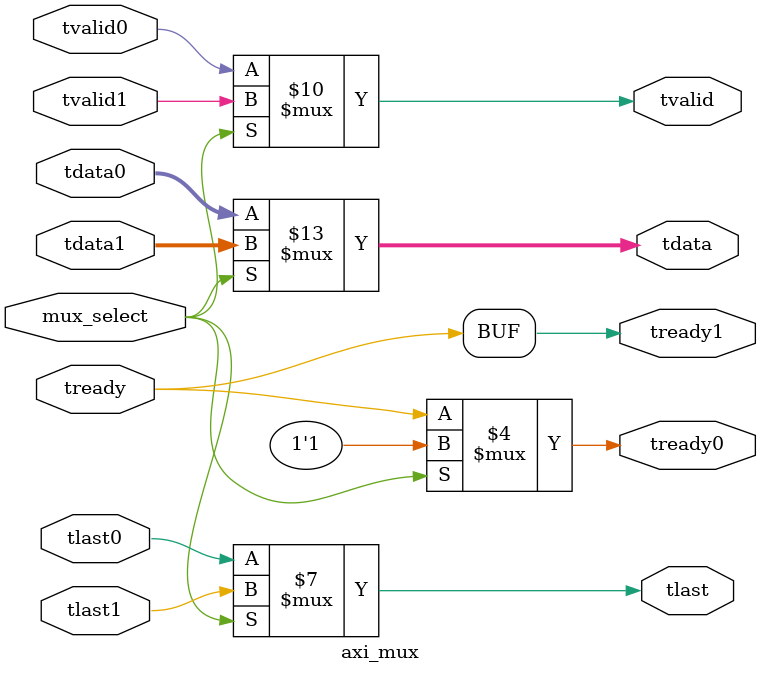
<source format=v>

`timescale 1 ps/1 ps

module axi_mux (
   input                   mux_select,

   // mux inputs
   input       [7:0]       tdata0,
   input                   tvalid0,
   input                   tlast0,
   output reg              tready0,

   input       [7:0]       tdata1,
   input                   tvalid1,
   input                   tlast1,
   output reg              tready1,

   // mux outputs
   output reg  [7:0]       tdata,
   output reg              tvalid,
   output reg              tlast,
   input                   tready
);

always @(mux_select or tdata0 or tvalid0 or tlast0 or tdata1 or
         tvalid1 or tlast1)
begin
   if (mux_select) begin
      tdata    = tdata1;
      tvalid   = tvalid1;
      tlast    = tlast1;
   end
   else begin
      tdata    = tdata0;
      tvalid   = tvalid0;
      tlast    = tlast0;
   end
end

always @(tready or mux_select)
begin
  if (mux_select) begin
      tready0     = 1'b1;
   end
   else begin
      tready0     = tready;
   end
   tready1     = tready;
end

endmodule

</source>
